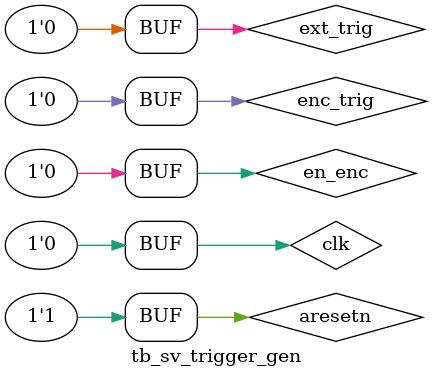
<source format=sv>
`timescale 1ns / 1ps


module tb_sv_trigger_gen();

//signsals
logic clk;
logic aresetn;

logic ext_trig;
logic enc_trig;

logic en_enc;


sv_trigger_gen JOPA(

  .i_clk              ( clk      ),              
  .i_aresetn          ( aresetn  ),          
  
  .ext_input          ( ext_trig ),          
  .encoder_step_input ( enc_trig ), 

  .en_enc_input       ( en_enc   ),       

  .o_trigger          ( )           

);


//generate clk
always
  begin
    clk = 1; #0.5;
    clk = 0; #0.5;
  end

initial
  begin

    aresetn  = 0; ext_trig = 0;
    enc_trig = 0; en_enc   = 0;
    #10; 
    aresetn = 1; #5;

    ext_trig <= 1; #1;
    ext_trig <= 0; #10;

    en_enc <= 1; #10;
    enc_trig <= 1; #1;
    enc_trig <= 0; #10;
    en_enc <= 0;

  end  
endmodule

</source>
